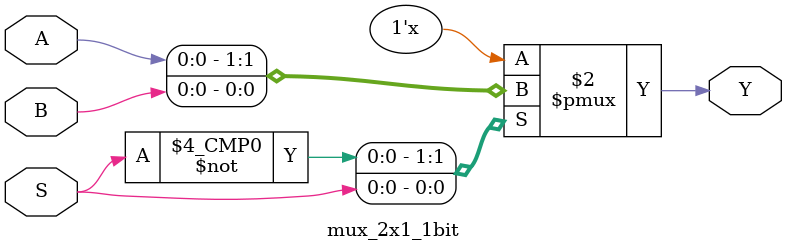
<source format=v>


module mux_2x1_1bit (Y, S, A, B);
	
	//Inputs
	input wire A, B;
	input wire S;

	//Outputs
	output reg Y;

	//Test for selection bit
	always @ (S, A, B)

	case(S)
		1'b0:	Y=A;
		1'b1:	Y=B;
	endcase // S

endmodule // mux_2x1_3bit
</source>
